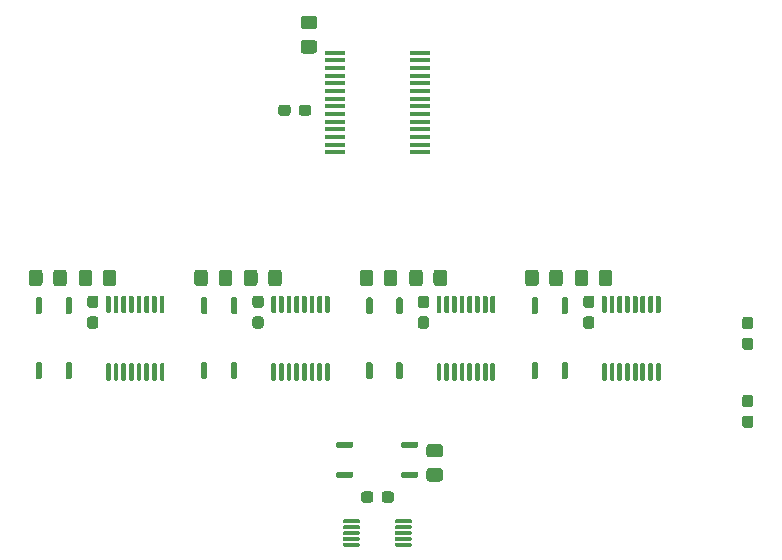
<source format=gbr>
%TF.GenerationSoftware,KiCad,Pcbnew,(5.1.10)-1*%
%TF.CreationDate,2021-07-04T19:20:50-04:00*%
%TF.ProjectId,SensorBoard,53656e73-6f72-4426-9f61-72642e6b6963,rev?*%
%TF.SameCoordinates,Original*%
%TF.FileFunction,Paste,Top*%
%TF.FilePolarity,Positive*%
%FSLAX46Y46*%
G04 Gerber Fmt 4.6, Leading zero omitted, Abs format (unit mm)*
G04 Created by KiCad (PCBNEW (5.1.10)-1) date 2021-07-04 19:20:50*
%MOMM*%
%LPD*%
G01*
G04 APERTURE LIST*
%ADD10R,1.750000X0.450000*%
G04 APERTURE END LIST*
%TO.C,C8*%
G36*
G01*
X126137500Y-87450000D02*
X125662500Y-87450000D01*
G75*
G02*
X125425000Y-87212500I0J237500D01*
G01*
X125425000Y-86637500D01*
G75*
G02*
X125662500Y-86400000I237500J0D01*
G01*
X126137500Y-86400000D01*
G75*
G02*
X126375000Y-86637500I0J-237500D01*
G01*
X126375000Y-87212500D01*
G75*
G02*
X126137500Y-87450000I-237500J0D01*
G01*
G37*
G36*
G01*
X126137500Y-89200000D02*
X125662500Y-89200000D01*
G75*
G02*
X125425000Y-88962500I0J237500D01*
G01*
X125425000Y-88387500D01*
G75*
G02*
X125662500Y-88150000I237500J0D01*
G01*
X126137500Y-88150000D01*
G75*
G02*
X126375000Y-88387500I0J-237500D01*
G01*
X126375000Y-88962500D01*
G75*
G02*
X126137500Y-89200000I-237500J0D01*
G01*
G37*
%TD*%
%TO.C,C7*%
G36*
G01*
X154137500Y-87450000D02*
X153662500Y-87450000D01*
G75*
G02*
X153425000Y-87212500I0J237500D01*
G01*
X153425000Y-86637500D01*
G75*
G02*
X153662500Y-86400000I237500J0D01*
G01*
X154137500Y-86400000D01*
G75*
G02*
X154375000Y-86637500I0J-237500D01*
G01*
X154375000Y-87212500D01*
G75*
G02*
X154137500Y-87450000I-237500J0D01*
G01*
G37*
G36*
G01*
X154137500Y-89200000D02*
X153662500Y-89200000D01*
G75*
G02*
X153425000Y-88962500I0J237500D01*
G01*
X153425000Y-88387500D01*
G75*
G02*
X153662500Y-88150000I237500J0D01*
G01*
X154137500Y-88150000D01*
G75*
G02*
X154375000Y-88387500I0J-237500D01*
G01*
X154375000Y-88962500D01*
G75*
G02*
X154137500Y-89200000I-237500J0D01*
G01*
G37*
%TD*%
%TO.C,C6*%
G36*
G01*
X143350000Y-70937500D02*
X143350000Y-70462500D01*
G75*
G02*
X143587500Y-70225000I237500J0D01*
G01*
X144162500Y-70225000D01*
G75*
G02*
X144400000Y-70462500I0J-237500D01*
G01*
X144400000Y-70937500D01*
G75*
G02*
X144162500Y-71175000I-237500J0D01*
G01*
X143587500Y-71175000D01*
G75*
G02*
X143350000Y-70937500I0J237500D01*
G01*
G37*
G36*
G01*
X141600000Y-70937500D02*
X141600000Y-70462500D01*
G75*
G02*
X141837500Y-70225000I237500J0D01*
G01*
X142412500Y-70225000D01*
G75*
G02*
X142650000Y-70462500I0J-237500D01*
G01*
X142650000Y-70937500D01*
G75*
G02*
X142412500Y-71175000I-237500J0D01*
G01*
X141837500Y-71175000D01*
G75*
G02*
X141600000Y-70937500I0J237500D01*
G01*
G37*
%TD*%
%TO.C,C5*%
G36*
G01*
X149650000Y-103212500D02*
X149650000Y-103687500D01*
G75*
G02*
X149412500Y-103925000I-237500J0D01*
G01*
X148837500Y-103925000D01*
G75*
G02*
X148600000Y-103687500I0J237500D01*
G01*
X148600000Y-103212500D01*
G75*
G02*
X148837500Y-102975000I237500J0D01*
G01*
X149412500Y-102975000D01*
G75*
G02*
X149650000Y-103212500I0J-237500D01*
G01*
G37*
G36*
G01*
X151400000Y-103212500D02*
X151400000Y-103687500D01*
G75*
G02*
X151162500Y-103925000I-237500J0D01*
G01*
X150587500Y-103925000D01*
G75*
G02*
X150350000Y-103687500I0J237500D01*
G01*
X150350000Y-103212500D01*
G75*
G02*
X150587500Y-102975000I237500J0D01*
G01*
X151162500Y-102975000D01*
G75*
G02*
X151400000Y-103212500I0J-237500D01*
G01*
G37*
%TD*%
%TO.C,C4*%
G36*
G01*
X168137500Y-89200000D02*
X167662500Y-89200000D01*
G75*
G02*
X167425000Y-88962500I0J237500D01*
G01*
X167425000Y-88387500D01*
G75*
G02*
X167662500Y-88150000I237500J0D01*
G01*
X168137500Y-88150000D01*
G75*
G02*
X168375000Y-88387500I0J-237500D01*
G01*
X168375000Y-88962500D01*
G75*
G02*
X168137500Y-89200000I-237500J0D01*
G01*
G37*
G36*
G01*
X168137500Y-87450000D02*
X167662500Y-87450000D01*
G75*
G02*
X167425000Y-87212500I0J237500D01*
G01*
X167425000Y-86637500D01*
G75*
G02*
X167662500Y-86400000I237500J0D01*
G01*
X168137500Y-86400000D01*
G75*
G02*
X168375000Y-86637500I0J-237500D01*
G01*
X168375000Y-87212500D01*
G75*
G02*
X168137500Y-87450000I-237500J0D01*
G01*
G37*
%TD*%
%TO.C,C3*%
G36*
G01*
X140137500Y-87450000D02*
X139662500Y-87450000D01*
G75*
G02*
X139425000Y-87212500I0J237500D01*
G01*
X139425000Y-86637500D01*
G75*
G02*
X139662500Y-86400000I237500J0D01*
G01*
X140137500Y-86400000D01*
G75*
G02*
X140375000Y-86637500I0J-237500D01*
G01*
X140375000Y-87212500D01*
G75*
G02*
X140137500Y-87450000I-237500J0D01*
G01*
G37*
G36*
G01*
X140137500Y-89200000D02*
X139662500Y-89200000D01*
G75*
G02*
X139425000Y-88962500I0J237500D01*
G01*
X139425000Y-88387500D01*
G75*
G02*
X139662500Y-88150000I237500J0D01*
G01*
X140137500Y-88150000D01*
G75*
G02*
X140375000Y-88387500I0J-237500D01*
G01*
X140375000Y-88962500D01*
G75*
G02*
X140137500Y-89200000I-237500J0D01*
G01*
G37*
%TD*%
%TO.C,U6*%
G36*
G01*
X131675000Y-92125000D02*
X131875000Y-92125000D01*
G75*
G02*
X131975000Y-92225000I0J-100000D01*
G01*
X131975000Y-93500000D01*
G75*
G02*
X131875000Y-93600000I-100000J0D01*
G01*
X131675000Y-93600000D01*
G75*
G02*
X131575000Y-93500000I0J100000D01*
G01*
X131575000Y-92225000D01*
G75*
G02*
X131675000Y-92125000I100000J0D01*
G01*
G37*
G36*
G01*
X131025000Y-92125000D02*
X131225000Y-92125000D01*
G75*
G02*
X131325000Y-92225000I0J-100000D01*
G01*
X131325000Y-93500000D01*
G75*
G02*
X131225000Y-93600000I-100000J0D01*
G01*
X131025000Y-93600000D01*
G75*
G02*
X130925000Y-93500000I0J100000D01*
G01*
X130925000Y-92225000D01*
G75*
G02*
X131025000Y-92125000I100000J0D01*
G01*
G37*
G36*
G01*
X130375000Y-92125000D02*
X130575000Y-92125000D01*
G75*
G02*
X130675000Y-92225000I0J-100000D01*
G01*
X130675000Y-93500000D01*
G75*
G02*
X130575000Y-93600000I-100000J0D01*
G01*
X130375000Y-93600000D01*
G75*
G02*
X130275000Y-93500000I0J100000D01*
G01*
X130275000Y-92225000D01*
G75*
G02*
X130375000Y-92125000I100000J0D01*
G01*
G37*
G36*
G01*
X129725000Y-92125000D02*
X129925000Y-92125000D01*
G75*
G02*
X130025000Y-92225000I0J-100000D01*
G01*
X130025000Y-93500000D01*
G75*
G02*
X129925000Y-93600000I-100000J0D01*
G01*
X129725000Y-93600000D01*
G75*
G02*
X129625000Y-93500000I0J100000D01*
G01*
X129625000Y-92225000D01*
G75*
G02*
X129725000Y-92125000I100000J0D01*
G01*
G37*
G36*
G01*
X129075000Y-92125000D02*
X129275000Y-92125000D01*
G75*
G02*
X129375000Y-92225000I0J-100000D01*
G01*
X129375000Y-93500000D01*
G75*
G02*
X129275000Y-93600000I-100000J0D01*
G01*
X129075000Y-93600000D01*
G75*
G02*
X128975000Y-93500000I0J100000D01*
G01*
X128975000Y-92225000D01*
G75*
G02*
X129075000Y-92125000I100000J0D01*
G01*
G37*
G36*
G01*
X128425000Y-92125000D02*
X128625000Y-92125000D01*
G75*
G02*
X128725000Y-92225000I0J-100000D01*
G01*
X128725000Y-93500000D01*
G75*
G02*
X128625000Y-93600000I-100000J0D01*
G01*
X128425000Y-93600000D01*
G75*
G02*
X128325000Y-93500000I0J100000D01*
G01*
X128325000Y-92225000D01*
G75*
G02*
X128425000Y-92125000I100000J0D01*
G01*
G37*
G36*
G01*
X127775000Y-92125000D02*
X127975000Y-92125000D01*
G75*
G02*
X128075000Y-92225000I0J-100000D01*
G01*
X128075000Y-93500000D01*
G75*
G02*
X127975000Y-93600000I-100000J0D01*
G01*
X127775000Y-93600000D01*
G75*
G02*
X127675000Y-93500000I0J100000D01*
G01*
X127675000Y-92225000D01*
G75*
G02*
X127775000Y-92125000I100000J0D01*
G01*
G37*
G36*
G01*
X127125000Y-92125000D02*
X127325000Y-92125000D01*
G75*
G02*
X127425000Y-92225000I0J-100000D01*
G01*
X127425000Y-93500000D01*
G75*
G02*
X127325000Y-93600000I-100000J0D01*
G01*
X127125000Y-93600000D01*
G75*
G02*
X127025000Y-93500000I0J100000D01*
G01*
X127025000Y-92225000D01*
G75*
G02*
X127125000Y-92125000I100000J0D01*
G01*
G37*
G36*
G01*
X127125000Y-86400000D02*
X127325000Y-86400000D01*
G75*
G02*
X127425000Y-86500000I0J-100000D01*
G01*
X127425000Y-87775000D01*
G75*
G02*
X127325000Y-87875000I-100000J0D01*
G01*
X127125000Y-87875000D01*
G75*
G02*
X127025000Y-87775000I0J100000D01*
G01*
X127025000Y-86500000D01*
G75*
G02*
X127125000Y-86400000I100000J0D01*
G01*
G37*
G36*
G01*
X127775000Y-86400000D02*
X127975000Y-86400000D01*
G75*
G02*
X128075000Y-86500000I0J-100000D01*
G01*
X128075000Y-87775000D01*
G75*
G02*
X127975000Y-87875000I-100000J0D01*
G01*
X127775000Y-87875000D01*
G75*
G02*
X127675000Y-87775000I0J100000D01*
G01*
X127675000Y-86500000D01*
G75*
G02*
X127775000Y-86400000I100000J0D01*
G01*
G37*
G36*
G01*
X128425000Y-86400000D02*
X128625000Y-86400000D01*
G75*
G02*
X128725000Y-86500000I0J-100000D01*
G01*
X128725000Y-87775000D01*
G75*
G02*
X128625000Y-87875000I-100000J0D01*
G01*
X128425000Y-87875000D01*
G75*
G02*
X128325000Y-87775000I0J100000D01*
G01*
X128325000Y-86500000D01*
G75*
G02*
X128425000Y-86400000I100000J0D01*
G01*
G37*
G36*
G01*
X129075000Y-86400000D02*
X129275000Y-86400000D01*
G75*
G02*
X129375000Y-86500000I0J-100000D01*
G01*
X129375000Y-87775000D01*
G75*
G02*
X129275000Y-87875000I-100000J0D01*
G01*
X129075000Y-87875000D01*
G75*
G02*
X128975000Y-87775000I0J100000D01*
G01*
X128975000Y-86500000D01*
G75*
G02*
X129075000Y-86400000I100000J0D01*
G01*
G37*
G36*
G01*
X129725000Y-86400000D02*
X129925000Y-86400000D01*
G75*
G02*
X130025000Y-86500000I0J-100000D01*
G01*
X130025000Y-87775000D01*
G75*
G02*
X129925000Y-87875000I-100000J0D01*
G01*
X129725000Y-87875000D01*
G75*
G02*
X129625000Y-87775000I0J100000D01*
G01*
X129625000Y-86500000D01*
G75*
G02*
X129725000Y-86400000I100000J0D01*
G01*
G37*
G36*
G01*
X130375000Y-86400000D02*
X130575000Y-86400000D01*
G75*
G02*
X130675000Y-86500000I0J-100000D01*
G01*
X130675000Y-87775000D01*
G75*
G02*
X130575000Y-87875000I-100000J0D01*
G01*
X130375000Y-87875000D01*
G75*
G02*
X130275000Y-87775000I0J100000D01*
G01*
X130275000Y-86500000D01*
G75*
G02*
X130375000Y-86400000I100000J0D01*
G01*
G37*
G36*
G01*
X131025000Y-86400000D02*
X131225000Y-86400000D01*
G75*
G02*
X131325000Y-86500000I0J-100000D01*
G01*
X131325000Y-87775000D01*
G75*
G02*
X131225000Y-87875000I-100000J0D01*
G01*
X131025000Y-87875000D01*
G75*
G02*
X130925000Y-87775000I0J100000D01*
G01*
X130925000Y-86500000D01*
G75*
G02*
X131025000Y-86400000I100000J0D01*
G01*
G37*
G36*
G01*
X131675000Y-86400000D02*
X131875000Y-86400000D01*
G75*
G02*
X131975000Y-86500000I0J-100000D01*
G01*
X131975000Y-87775000D01*
G75*
G02*
X131875000Y-87875000I-100000J0D01*
G01*
X131675000Y-87875000D01*
G75*
G02*
X131575000Y-87775000I0J100000D01*
G01*
X131575000Y-86500000D01*
G75*
G02*
X131675000Y-86400000I100000J0D01*
G01*
G37*
%TD*%
%TO.C,U5*%
G36*
G01*
X145675000Y-92125000D02*
X145875000Y-92125000D01*
G75*
G02*
X145975000Y-92225000I0J-100000D01*
G01*
X145975000Y-93500000D01*
G75*
G02*
X145875000Y-93600000I-100000J0D01*
G01*
X145675000Y-93600000D01*
G75*
G02*
X145575000Y-93500000I0J100000D01*
G01*
X145575000Y-92225000D01*
G75*
G02*
X145675000Y-92125000I100000J0D01*
G01*
G37*
G36*
G01*
X145025000Y-92125000D02*
X145225000Y-92125000D01*
G75*
G02*
X145325000Y-92225000I0J-100000D01*
G01*
X145325000Y-93500000D01*
G75*
G02*
X145225000Y-93600000I-100000J0D01*
G01*
X145025000Y-93600000D01*
G75*
G02*
X144925000Y-93500000I0J100000D01*
G01*
X144925000Y-92225000D01*
G75*
G02*
X145025000Y-92125000I100000J0D01*
G01*
G37*
G36*
G01*
X144375000Y-92125000D02*
X144575000Y-92125000D01*
G75*
G02*
X144675000Y-92225000I0J-100000D01*
G01*
X144675000Y-93500000D01*
G75*
G02*
X144575000Y-93600000I-100000J0D01*
G01*
X144375000Y-93600000D01*
G75*
G02*
X144275000Y-93500000I0J100000D01*
G01*
X144275000Y-92225000D01*
G75*
G02*
X144375000Y-92125000I100000J0D01*
G01*
G37*
G36*
G01*
X143725000Y-92125000D02*
X143925000Y-92125000D01*
G75*
G02*
X144025000Y-92225000I0J-100000D01*
G01*
X144025000Y-93500000D01*
G75*
G02*
X143925000Y-93600000I-100000J0D01*
G01*
X143725000Y-93600000D01*
G75*
G02*
X143625000Y-93500000I0J100000D01*
G01*
X143625000Y-92225000D01*
G75*
G02*
X143725000Y-92125000I100000J0D01*
G01*
G37*
G36*
G01*
X143075000Y-92125000D02*
X143275000Y-92125000D01*
G75*
G02*
X143375000Y-92225000I0J-100000D01*
G01*
X143375000Y-93500000D01*
G75*
G02*
X143275000Y-93600000I-100000J0D01*
G01*
X143075000Y-93600000D01*
G75*
G02*
X142975000Y-93500000I0J100000D01*
G01*
X142975000Y-92225000D01*
G75*
G02*
X143075000Y-92125000I100000J0D01*
G01*
G37*
G36*
G01*
X142425000Y-92125000D02*
X142625000Y-92125000D01*
G75*
G02*
X142725000Y-92225000I0J-100000D01*
G01*
X142725000Y-93500000D01*
G75*
G02*
X142625000Y-93600000I-100000J0D01*
G01*
X142425000Y-93600000D01*
G75*
G02*
X142325000Y-93500000I0J100000D01*
G01*
X142325000Y-92225000D01*
G75*
G02*
X142425000Y-92125000I100000J0D01*
G01*
G37*
G36*
G01*
X141775000Y-92125000D02*
X141975000Y-92125000D01*
G75*
G02*
X142075000Y-92225000I0J-100000D01*
G01*
X142075000Y-93500000D01*
G75*
G02*
X141975000Y-93600000I-100000J0D01*
G01*
X141775000Y-93600000D01*
G75*
G02*
X141675000Y-93500000I0J100000D01*
G01*
X141675000Y-92225000D01*
G75*
G02*
X141775000Y-92125000I100000J0D01*
G01*
G37*
G36*
G01*
X141125000Y-92125000D02*
X141325000Y-92125000D01*
G75*
G02*
X141425000Y-92225000I0J-100000D01*
G01*
X141425000Y-93500000D01*
G75*
G02*
X141325000Y-93600000I-100000J0D01*
G01*
X141125000Y-93600000D01*
G75*
G02*
X141025000Y-93500000I0J100000D01*
G01*
X141025000Y-92225000D01*
G75*
G02*
X141125000Y-92125000I100000J0D01*
G01*
G37*
G36*
G01*
X141125000Y-86400000D02*
X141325000Y-86400000D01*
G75*
G02*
X141425000Y-86500000I0J-100000D01*
G01*
X141425000Y-87775000D01*
G75*
G02*
X141325000Y-87875000I-100000J0D01*
G01*
X141125000Y-87875000D01*
G75*
G02*
X141025000Y-87775000I0J100000D01*
G01*
X141025000Y-86500000D01*
G75*
G02*
X141125000Y-86400000I100000J0D01*
G01*
G37*
G36*
G01*
X141775000Y-86400000D02*
X141975000Y-86400000D01*
G75*
G02*
X142075000Y-86500000I0J-100000D01*
G01*
X142075000Y-87775000D01*
G75*
G02*
X141975000Y-87875000I-100000J0D01*
G01*
X141775000Y-87875000D01*
G75*
G02*
X141675000Y-87775000I0J100000D01*
G01*
X141675000Y-86500000D01*
G75*
G02*
X141775000Y-86400000I100000J0D01*
G01*
G37*
G36*
G01*
X142425000Y-86400000D02*
X142625000Y-86400000D01*
G75*
G02*
X142725000Y-86500000I0J-100000D01*
G01*
X142725000Y-87775000D01*
G75*
G02*
X142625000Y-87875000I-100000J0D01*
G01*
X142425000Y-87875000D01*
G75*
G02*
X142325000Y-87775000I0J100000D01*
G01*
X142325000Y-86500000D01*
G75*
G02*
X142425000Y-86400000I100000J0D01*
G01*
G37*
G36*
G01*
X143075000Y-86400000D02*
X143275000Y-86400000D01*
G75*
G02*
X143375000Y-86500000I0J-100000D01*
G01*
X143375000Y-87775000D01*
G75*
G02*
X143275000Y-87875000I-100000J0D01*
G01*
X143075000Y-87875000D01*
G75*
G02*
X142975000Y-87775000I0J100000D01*
G01*
X142975000Y-86500000D01*
G75*
G02*
X143075000Y-86400000I100000J0D01*
G01*
G37*
G36*
G01*
X143725000Y-86400000D02*
X143925000Y-86400000D01*
G75*
G02*
X144025000Y-86500000I0J-100000D01*
G01*
X144025000Y-87775000D01*
G75*
G02*
X143925000Y-87875000I-100000J0D01*
G01*
X143725000Y-87875000D01*
G75*
G02*
X143625000Y-87775000I0J100000D01*
G01*
X143625000Y-86500000D01*
G75*
G02*
X143725000Y-86400000I100000J0D01*
G01*
G37*
G36*
G01*
X144375000Y-86400000D02*
X144575000Y-86400000D01*
G75*
G02*
X144675000Y-86500000I0J-100000D01*
G01*
X144675000Y-87775000D01*
G75*
G02*
X144575000Y-87875000I-100000J0D01*
G01*
X144375000Y-87875000D01*
G75*
G02*
X144275000Y-87775000I0J100000D01*
G01*
X144275000Y-86500000D01*
G75*
G02*
X144375000Y-86400000I100000J0D01*
G01*
G37*
G36*
G01*
X145025000Y-86400000D02*
X145225000Y-86400000D01*
G75*
G02*
X145325000Y-86500000I0J-100000D01*
G01*
X145325000Y-87775000D01*
G75*
G02*
X145225000Y-87875000I-100000J0D01*
G01*
X145025000Y-87875000D01*
G75*
G02*
X144925000Y-87775000I0J100000D01*
G01*
X144925000Y-86500000D01*
G75*
G02*
X145025000Y-86400000I100000J0D01*
G01*
G37*
G36*
G01*
X145675000Y-86400000D02*
X145875000Y-86400000D01*
G75*
G02*
X145975000Y-86500000I0J-100000D01*
G01*
X145975000Y-87775000D01*
G75*
G02*
X145875000Y-87875000I-100000J0D01*
G01*
X145675000Y-87875000D01*
G75*
G02*
X145575000Y-87775000I0J100000D01*
G01*
X145575000Y-86500000D01*
G75*
G02*
X145675000Y-86400000I100000J0D01*
G01*
G37*
%TD*%
%TO.C,U4*%
G36*
G01*
X159675000Y-92125000D02*
X159875000Y-92125000D01*
G75*
G02*
X159975000Y-92225000I0J-100000D01*
G01*
X159975000Y-93500000D01*
G75*
G02*
X159875000Y-93600000I-100000J0D01*
G01*
X159675000Y-93600000D01*
G75*
G02*
X159575000Y-93500000I0J100000D01*
G01*
X159575000Y-92225000D01*
G75*
G02*
X159675000Y-92125000I100000J0D01*
G01*
G37*
G36*
G01*
X159025000Y-92125000D02*
X159225000Y-92125000D01*
G75*
G02*
X159325000Y-92225000I0J-100000D01*
G01*
X159325000Y-93500000D01*
G75*
G02*
X159225000Y-93600000I-100000J0D01*
G01*
X159025000Y-93600000D01*
G75*
G02*
X158925000Y-93500000I0J100000D01*
G01*
X158925000Y-92225000D01*
G75*
G02*
X159025000Y-92125000I100000J0D01*
G01*
G37*
G36*
G01*
X158375000Y-92125000D02*
X158575000Y-92125000D01*
G75*
G02*
X158675000Y-92225000I0J-100000D01*
G01*
X158675000Y-93500000D01*
G75*
G02*
X158575000Y-93600000I-100000J0D01*
G01*
X158375000Y-93600000D01*
G75*
G02*
X158275000Y-93500000I0J100000D01*
G01*
X158275000Y-92225000D01*
G75*
G02*
X158375000Y-92125000I100000J0D01*
G01*
G37*
G36*
G01*
X157725000Y-92125000D02*
X157925000Y-92125000D01*
G75*
G02*
X158025000Y-92225000I0J-100000D01*
G01*
X158025000Y-93500000D01*
G75*
G02*
X157925000Y-93600000I-100000J0D01*
G01*
X157725000Y-93600000D01*
G75*
G02*
X157625000Y-93500000I0J100000D01*
G01*
X157625000Y-92225000D01*
G75*
G02*
X157725000Y-92125000I100000J0D01*
G01*
G37*
G36*
G01*
X157075000Y-92125000D02*
X157275000Y-92125000D01*
G75*
G02*
X157375000Y-92225000I0J-100000D01*
G01*
X157375000Y-93500000D01*
G75*
G02*
X157275000Y-93600000I-100000J0D01*
G01*
X157075000Y-93600000D01*
G75*
G02*
X156975000Y-93500000I0J100000D01*
G01*
X156975000Y-92225000D01*
G75*
G02*
X157075000Y-92125000I100000J0D01*
G01*
G37*
G36*
G01*
X156425000Y-92125000D02*
X156625000Y-92125000D01*
G75*
G02*
X156725000Y-92225000I0J-100000D01*
G01*
X156725000Y-93500000D01*
G75*
G02*
X156625000Y-93600000I-100000J0D01*
G01*
X156425000Y-93600000D01*
G75*
G02*
X156325000Y-93500000I0J100000D01*
G01*
X156325000Y-92225000D01*
G75*
G02*
X156425000Y-92125000I100000J0D01*
G01*
G37*
G36*
G01*
X155775000Y-92125000D02*
X155975000Y-92125000D01*
G75*
G02*
X156075000Y-92225000I0J-100000D01*
G01*
X156075000Y-93500000D01*
G75*
G02*
X155975000Y-93600000I-100000J0D01*
G01*
X155775000Y-93600000D01*
G75*
G02*
X155675000Y-93500000I0J100000D01*
G01*
X155675000Y-92225000D01*
G75*
G02*
X155775000Y-92125000I100000J0D01*
G01*
G37*
G36*
G01*
X155125000Y-92125000D02*
X155325000Y-92125000D01*
G75*
G02*
X155425000Y-92225000I0J-100000D01*
G01*
X155425000Y-93500000D01*
G75*
G02*
X155325000Y-93600000I-100000J0D01*
G01*
X155125000Y-93600000D01*
G75*
G02*
X155025000Y-93500000I0J100000D01*
G01*
X155025000Y-92225000D01*
G75*
G02*
X155125000Y-92125000I100000J0D01*
G01*
G37*
G36*
G01*
X155125000Y-86400000D02*
X155325000Y-86400000D01*
G75*
G02*
X155425000Y-86500000I0J-100000D01*
G01*
X155425000Y-87775000D01*
G75*
G02*
X155325000Y-87875000I-100000J0D01*
G01*
X155125000Y-87875000D01*
G75*
G02*
X155025000Y-87775000I0J100000D01*
G01*
X155025000Y-86500000D01*
G75*
G02*
X155125000Y-86400000I100000J0D01*
G01*
G37*
G36*
G01*
X155775000Y-86400000D02*
X155975000Y-86400000D01*
G75*
G02*
X156075000Y-86500000I0J-100000D01*
G01*
X156075000Y-87775000D01*
G75*
G02*
X155975000Y-87875000I-100000J0D01*
G01*
X155775000Y-87875000D01*
G75*
G02*
X155675000Y-87775000I0J100000D01*
G01*
X155675000Y-86500000D01*
G75*
G02*
X155775000Y-86400000I100000J0D01*
G01*
G37*
G36*
G01*
X156425000Y-86400000D02*
X156625000Y-86400000D01*
G75*
G02*
X156725000Y-86500000I0J-100000D01*
G01*
X156725000Y-87775000D01*
G75*
G02*
X156625000Y-87875000I-100000J0D01*
G01*
X156425000Y-87875000D01*
G75*
G02*
X156325000Y-87775000I0J100000D01*
G01*
X156325000Y-86500000D01*
G75*
G02*
X156425000Y-86400000I100000J0D01*
G01*
G37*
G36*
G01*
X157075000Y-86400000D02*
X157275000Y-86400000D01*
G75*
G02*
X157375000Y-86500000I0J-100000D01*
G01*
X157375000Y-87775000D01*
G75*
G02*
X157275000Y-87875000I-100000J0D01*
G01*
X157075000Y-87875000D01*
G75*
G02*
X156975000Y-87775000I0J100000D01*
G01*
X156975000Y-86500000D01*
G75*
G02*
X157075000Y-86400000I100000J0D01*
G01*
G37*
G36*
G01*
X157725000Y-86400000D02*
X157925000Y-86400000D01*
G75*
G02*
X158025000Y-86500000I0J-100000D01*
G01*
X158025000Y-87775000D01*
G75*
G02*
X157925000Y-87875000I-100000J0D01*
G01*
X157725000Y-87875000D01*
G75*
G02*
X157625000Y-87775000I0J100000D01*
G01*
X157625000Y-86500000D01*
G75*
G02*
X157725000Y-86400000I100000J0D01*
G01*
G37*
G36*
G01*
X158375000Y-86400000D02*
X158575000Y-86400000D01*
G75*
G02*
X158675000Y-86500000I0J-100000D01*
G01*
X158675000Y-87775000D01*
G75*
G02*
X158575000Y-87875000I-100000J0D01*
G01*
X158375000Y-87875000D01*
G75*
G02*
X158275000Y-87775000I0J100000D01*
G01*
X158275000Y-86500000D01*
G75*
G02*
X158375000Y-86400000I100000J0D01*
G01*
G37*
G36*
G01*
X159025000Y-86400000D02*
X159225000Y-86400000D01*
G75*
G02*
X159325000Y-86500000I0J-100000D01*
G01*
X159325000Y-87775000D01*
G75*
G02*
X159225000Y-87875000I-100000J0D01*
G01*
X159025000Y-87875000D01*
G75*
G02*
X158925000Y-87775000I0J100000D01*
G01*
X158925000Y-86500000D01*
G75*
G02*
X159025000Y-86400000I100000J0D01*
G01*
G37*
G36*
G01*
X159675000Y-86400000D02*
X159875000Y-86400000D01*
G75*
G02*
X159975000Y-86500000I0J-100000D01*
G01*
X159975000Y-87775000D01*
G75*
G02*
X159875000Y-87875000I-100000J0D01*
G01*
X159675000Y-87875000D01*
G75*
G02*
X159575000Y-87775000I0J100000D01*
G01*
X159575000Y-86500000D01*
G75*
G02*
X159675000Y-86400000I100000J0D01*
G01*
G37*
%TD*%
%TO.C,U3*%
G36*
G01*
X173675000Y-92125000D02*
X173875000Y-92125000D01*
G75*
G02*
X173975000Y-92225000I0J-100000D01*
G01*
X173975000Y-93500000D01*
G75*
G02*
X173875000Y-93600000I-100000J0D01*
G01*
X173675000Y-93600000D01*
G75*
G02*
X173575000Y-93500000I0J100000D01*
G01*
X173575000Y-92225000D01*
G75*
G02*
X173675000Y-92125000I100000J0D01*
G01*
G37*
G36*
G01*
X173025000Y-92125000D02*
X173225000Y-92125000D01*
G75*
G02*
X173325000Y-92225000I0J-100000D01*
G01*
X173325000Y-93500000D01*
G75*
G02*
X173225000Y-93600000I-100000J0D01*
G01*
X173025000Y-93600000D01*
G75*
G02*
X172925000Y-93500000I0J100000D01*
G01*
X172925000Y-92225000D01*
G75*
G02*
X173025000Y-92125000I100000J0D01*
G01*
G37*
G36*
G01*
X172375000Y-92125000D02*
X172575000Y-92125000D01*
G75*
G02*
X172675000Y-92225000I0J-100000D01*
G01*
X172675000Y-93500000D01*
G75*
G02*
X172575000Y-93600000I-100000J0D01*
G01*
X172375000Y-93600000D01*
G75*
G02*
X172275000Y-93500000I0J100000D01*
G01*
X172275000Y-92225000D01*
G75*
G02*
X172375000Y-92125000I100000J0D01*
G01*
G37*
G36*
G01*
X171725000Y-92125000D02*
X171925000Y-92125000D01*
G75*
G02*
X172025000Y-92225000I0J-100000D01*
G01*
X172025000Y-93500000D01*
G75*
G02*
X171925000Y-93600000I-100000J0D01*
G01*
X171725000Y-93600000D01*
G75*
G02*
X171625000Y-93500000I0J100000D01*
G01*
X171625000Y-92225000D01*
G75*
G02*
X171725000Y-92125000I100000J0D01*
G01*
G37*
G36*
G01*
X171075000Y-92125000D02*
X171275000Y-92125000D01*
G75*
G02*
X171375000Y-92225000I0J-100000D01*
G01*
X171375000Y-93500000D01*
G75*
G02*
X171275000Y-93600000I-100000J0D01*
G01*
X171075000Y-93600000D01*
G75*
G02*
X170975000Y-93500000I0J100000D01*
G01*
X170975000Y-92225000D01*
G75*
G02*
X171075000Y-92125000I100000J0D01*
G01*
G37*
G36*
G01*
X170425000Y-92125000D02*
X170625000Y-92125000D01*
G75*
G02*
X170725000Y-92225000I0J-100000D01*
G01*
X170725000Y-93500000D01*
G75*
G02*
X170625000Y-93600000I-100000J0D01*
G01*
X170425000Y-93600000D01*
G75*
G02*
X170325000Y-93500000I0J100000D01*
G01*
X170325000Y-92225000D01*
G75*
G02*
X170425000Y-92125000I100000J0D01*
G01*
G37*
G36*
G01*
X169775000Y-92125000D02*
X169975000Y-92125000D01*
G75*
G02*
X170075000Y-92225000I0J-100000D01*
G01*
X170075000Y-93500000D01*
G75*
G02*
X169975000Y-93600000I-100000J0D01*
G01*
X169775000Y-93600000D01*
G75*
G02*
X169675000Y-93500000I0J100000D01*
G01*
X169675000Y-92225000D01*
G75*
G02*
X169775000Y-92125000I100000J0D01*
G01*
G37*
G36*
G01*
X169125000Y-92125000D02*
X169325000Y-92125000D01*
G75*
G02*
X169425000Y-92225000I0J-100000D01*
G01*
X169425000Y-93500000D01*
G75*
G02*
X169325000Y-93600000I-100000J0D01*
G01*
X169125000Y-93600000D01*
G75*
G02*
X169025000Y-93500000I0J100000D01*
G01*
X169025000Y-92225000D01*
G75*
G02*
X169125000Y-92125000I100000J0D01*
G01*
G37*
G36*
G01*
X169125000Y-86400000D02*
X169325000Y-86400000D01*
G75*
G02*
X169425000Y-86500000I0J-100000D01*
G01*
X169425000Y-87775000D01*
G75*
G02*
X169325000Y-87875000I-100000J0D01*
G01*
X169125000Y-87875000D01*
G75*
G02*
X169025000Y-87775000I0J100000D01*
G01*
X169025000Y-86500000D01*
G75*
G02*
X169125000Y-86400000I100000J0D01*
G01*
G37*
G36*
G01*
X169775000Y-86400000D02*
X169975000Y-86400000D01*
G75*
G02*
X170075000Y-86500000I0J-100000D01*
G01*
X170075000Y-87775000D01*
G75*
G02*
X169975000Y-87875000I-100000J0D01*
G01*
X169775000Y-87875000D01*
G75*
G02*
X169675000Y-87775000I0J100000D01*
G01*
X169675000Y-86500000D01*
G75*
G02*
X169775000Y-86400000I100000J0D01*
G01*
G37*
G36*
G01*
X170425000Y-86400000D02*
X170625000Y-86400000D01*
G75*
G02*
X170725000Y-86500000I0J-100000D01*
G01*
X170725000Y-87775000D01*
G75*
G02*
X170625000Y-87875000I-100000J0D01*
G01*
X170425000Y-87875000D01*
G75*
G02*
X170325000Y-87775000I0J100000D01*
G01*
X170325000Y-86500000D01*
G75*
G02*
X170425000Y-86400000I100000J0D01*
G01*
G37*
G36*
G01*
X171075000Y-86400000D02*
X171275000Y-86400000D01*
G75*
G02*
X171375000Y-86500000I0J-100000D01*
G01*
X171375000Y-87775000D01*
G75*
G02*
X171275000Y-87875000I-100000J0D01*
G01*
X171075000Y-87875000D01*
G75*
G02*
X170975000Y-87775000I0J100000D01*
G01*
X170975000Y-86500000D01*
G75*
G02*
X171075000Y-86400000I100000J0D01*
G01*
G37*
G36*
G01*
X171725000Y-86400000D02*
X171925000Y-86400000D01*
G75*
G02*
X172025000Y-86500000I0J-100000D01*
G01*
X172025000Y-87775000D01*
G75*
G02*
X171925000Y-87875000I-100000J0D01*
G01*
X171725000Y-87875000D01*
G75*
G02*
X171625000Y-87775000I0J100000D01*
G01*
X171625000Y-86500000D01*
G75*
G02*
X171725000Y-86400000I100000J0D01*
G01*
G37*
G36*
G01*
X172375000Y-86400000D02*
X172575000Y-86400000D01*
G75*
G02*
X172675000Y-86500000I0J-100000D01*
G01*
X172675000Y-87775000D01*
G75*
G02*
X172575000Y-87875000I-100000J0D01*
G01*
X172375000Y-87875000D01*
G75*
G02*
X172275000Y-87775000I0J100000D01*
G01*
X172275000Y-86500000D01*
G75*
G02*
X172375000Y-86400000I100000J0D01*
G01*
G37*
G36*
G01*
X173025000Y-86400000D02*
X173225000Y-86400000D01*
G75*
G02*
X173325000Y-86500000I0J-100000D01*
G01*
X173325000Y-87775000D01*
G75*
G02*
X173225000Y-87875000I-100000J0D01*
G01*
X173025000Y-87875000D01*
G75*
G02*
X172925000Y-87775000I0J100000D01*
G01*
X172925000Y-86500000D01*
G75*
G02*
X173025000Y-86400000I100000J0D01*
G01*
G37*
G36*
G01*
X173675000Y-86400000D02*
X173875000Y-86400000D01*
G75*
G02*
X173975000Y-86500000I0J-100000D01*
G01*
X173975000Y-87775000D01*
G75*
G02*
X173875000Y-87875000I-100000J0D01*
G01*
X173675000Y-87875000D01*
G75*
G02*
X173575000Y-87775000I0J100000D01*
G01*
X173575000Y-86500000D01*
G75*
G02*
X173675000Y-86400000I100000J0D01*
G01*
G37*
%TD*%
%TO.C,U2*%
G36*
G01*
X148525000Y-107425000D02*
X148525000Y-107575000D01*
G75*
G02*
X148450000Y-107650000I-75000J0D01*
G01*
X147150000Y-107650000D01*
G75*
G02*
X147075000Y-107575000I0J75000D01*
G01*
X147075000Y-107425000D01*
G75*
G02*
X147150000Y-107350000I75000J0D01*
G01*
X148450000Y-107350000D01*
G75*
G02*
X148525000Y-107425000I0J-75000D01*
G01*
G37*
G36*
G01*
X148525000Y-106925000D02*
X148525000Y-107075000D01*
G75*
G02*
X148450000Y-107150000I-75000J0D01*
G01*
X147150000Y-107150000D01*
G75*
G02*
X147075000Y-107075000I0J75000D01*
G01*
X147075000Y-106925000D01*
G75*
G02*
X147150000Y-106850000I75000J0D01*
G01*
X148450000Y-106850000D01*
G75*
G02*
X148525000Y-106925000I0J-75000D01*
G01*
G37*
G36*
G01*
X148525000Y-106425000D02*
X148525000Y-106575000D01*
G75*
G02*
X148450000Y-106650000I-75000J0D01*
G01*
X147150000Y-106650000D01*
G75*
G02*
X147075000Y-106575000I0J75000D01*
G01*
X147075000Y-106425000D01*
G75*
G02*
X147150000Y-106350000I75000J0D01*
G01*
X148450000Y-106350000D01*
G75*
G02*
X148525000Y-106425000I0J-75000D01*
G01*
G37*
G36*
G01*
X148525000Y-105925000D02*
X148525000Y-106075000D01*
G75*
G02*
X148450000Y-106150000I-75000J0D01*
G01*
X147150000Y-106150000D01*
G75*
G02*
X147075000Y-106075000I0J75000D01*
G01*
X147075000Y-105925000D01*
G75*
G02*
X147150000Y-105850000I75000J0D01*
G01*
X148450000Y-105850000D01*
G75*
G02*
X148525000Y-105925000I0J-75000D01*
G01*
G37*
G36*
G01*
X148525000Y-105425000D02*
X148525000Y-105575000D01*
G75*
G02*
X148450000Y-105650000I-75000J0D01*
G01*
X147150000Y-105650000D01*
G75*
G02*
X147075000Y-105575000I0J75000D01*
G01*
X147075000Y-105425000D01*
G75*
G02*
X147150000Y-105350000I75000J0D01*
G01*
X148450000Y-105350000D01*
G75*
G02*
X148525000Y-105425000I0J-75000D01*
G01*
G37*
G36*
G01*
X152925000Y-105425000D02*
X152925000Y-105575000D01*
G75*
G02*
X152850000Y-105650000I-75000J0D01*
G01*
X151550000Y-105650000D01*
G75*
G02*
X151475000Y-105575000I0J75000D01*
G01*
X151475000Y-105425000D01*
G75*
G02*
X151550000Y-105350000I75000J0D01*
G01*
X152850000Y-105350000D01*
G75*
G02*
X152925000Y-105425000I0J-75000D01*
G01*
G37*
G36*
G01*
X152925000Y-105925000D02*
X152925000Y-106075000D01*
G75*
G02*
X152850000Y-106150000I-75000J0D01*
G01*
X151550000Y-106150000D01*
G75*
G02*
X151475000Y-106075000I0J75000D01*
G01*
X151475000Y-105925000D01*
G75*
G02*
X151550000Y-105850000I75000J0D01*
G01*
X152850000Y-105850000D01*
G75*
G02*
X152925000Y-105925000I0J-75000D01*
G01*
G37*
G36*
G01*
X152925000Y-106425000D02*
X152925000Y-106575000D01*
G75*
G02*
X152850000Y-106650000I-75000J0D01*
G01*
X151550000Y-106650000D01*
G75*
G02*
X151475000Y-106575000I0J75000D01*
G01*
X151475000Y-106425000D01*
G75*
G02*
X151550000Y-106350000I75000J0D01*
G01*
X152850000Y-106350000D01*
G75*
G02*
X152925000Y-106425000I0J-75000D01*
G01*
G37*
G36*
G01*
X152925000Y-106925000D02*
X152925000Y-107075000D01*
G75*
G02*
X152850000Y-107150000I-75000J0D01*
G01*
X151550000Y-107150000D01*
G75*
G02*
X151475000Y-107075000I0J75000D01*
G01*
X151475000Y-106925000D01*
G75*
G02*
X151550000Y-106850000I75000J0D01*
G01*
X152850000Y-106850000D01*
G75*
G02*
X152925000Y-106925000I0J-75000D01*
G01*
G37*
G36*
G01*
X152925000Y-107425000D02*
X152925000Y-107575000D01*
G75*
G02*
X152850000Y-107650000I-75000J0D01*
G01*
X151550000Y-107650000D01*
G75*
G02*
X151475000Y-107575000I0J75000D01*
G01*
X151475000Y-107425000D01*
G75*
G02*
X151550000Y-107350000I75000J0D01*
G01*
X152850000Y-107350000D01*
G75*
G02*
X152925000Y-107425000I0J-75000D01*
G01*
G37*
%TD*%
D10*
%TO.C,U1*%
X153600000Y-65825000D03*
X153600000Y-66475000D03*
X153600000Y-67125000D03*
X153600000Y-67775000D03*
X153600000Y-68425000D03*
X153600000Y-69075000D03*
X153600000Y-69725000D03*
X153600000Y-70375000D03*
X153600000Y-71025000D03*
X153600000Y-71675000D03*
X153600000Y-72325000D03*
X153600000Y-72975000D03*
X153600000Y-73625000D03*
X153600000Y-74275000D03*
X146400000Y-74275000D03*
X146400000Y-73625000D03*
X146400000Y-72975000D03*
X146400000Y-72325000D03*
X146400000Y-71675000D03*
X146400000Y-71025000D03*
X146400000Y-70375000D03*
X146400000Y-69725000D03*
X146400000Y-69075000D03*
X146400000Y-68425000D03*
X146400000Y-67775000D03*
X146400000Y-67125000D03*
X146400000Y-66475000D03*
X146400000Y-65825000D03*
%TD*%
%TO.C,RLY4*%
G36*
G01*
X147975000Y-101432500D02*
X147975000Y-101707500D01*
G75*
G02*
X147837500Y-101845000I-137500J0D01*
G01*
X146662500Y-101845000D01*
G75*
G02*
X146525000Y-101707500I0J137500D01*
G01*
X146525000Y-101432500D01*
G75*
G02*
X146662500Y-101295000I137500J0D01*
G01*
X147837500Y-101295000D01*
G75*
G02*
X147975000Y-101432500I0J-137500D01*
G01*
G37*
G36*
G01*
X147975000Y-98892500D02*
X147975000Y-99167500D01*
G75*
G02*
X147837500Y-99305000I-137500J0D01*
G01*
X146662500Y-99305000D01*
G75*
G02*
X146525000Y-99167500I0J137500D01*
G01*
X146525000Y-98892500D01*
G75*
G02*
X146662500Y-98755000I137500J0D01*
G01*
X147837500Y-98755000D01*
G75*
G02*
X147975000Y-98892500I0J-137500D01*
G01*
G37*
G36*
G01*
X153475000Y-98892500D02*
X153475000Y-99167500D01*
G75*
G02*
X153337500Y-99305000I-137500J0D01*
G01*
X152162500Y-99305000D01*
G75*
G02*
X152025000Y-99167500I0J137500D01*
G01*
X152025000Y-98892500D01*
G75*
G02*
X152162500Y-98755000I137500J0D01*
G01*
X153337500Y-98755000D01*
G75*
G02*
X153475000Y-98892500I0J-137500D01*
G01*
G37*
G36*
G01*
X153475000Y-101432500D02*
X153475000Y-101707500D01*
G75*
G02*
X153337500Y-101845000I-137500J0D01*
G01*
X152162500Y-101845000D01*
G75*
G02*
X152025000Y-101707500I0J137500D01*
G01*
X152025000Y-101432500D01*
G75*
G02*
X152162500Y-101295000I137500J0D01*
G01*
X153337500Y-101295000D01*
G75*
G02*
X153475000Y-101432500I0J-137500D01*
G01*
G37*
%TD*%
%TO.C,RLY3*%
G36*
G01*
X123732500Y-92025000D02*
X124007500Y-92025000D01*
G75*
G02*
X124145000Y-92162500I0J-137500D01*
G01*
X124145000Y-93337500D01*
G75*
G02*
X124007500Y-93475000I-137500J0D01*
G01*
X123732500Y-93475000D01*
G75*
G02*
X123595000Y-93337500I0J137500D01*
G01*
X123595000Y-92162500D01*
G75*
G02*
X123732500Y-92025000I137500J0D01*
G01*
G37*
G36*
G01*
X121192500Y-92025000D02*
X121467500Y-92025000D01*
G75*
G02*
X121605000Y-92162500I0J-137500D01*
G01*
X121605000Y-93337500D01*
G75*
G02*
X121467500Y-93475000I-137500J0D01*
G01*
X121192500Y-93475000D01*
G75*
G02*
X121055000Y-93337500I0J137500D01*
G01*
X121055000Y-92162500D01*
G75*
G02*
X121192500Y-92025000I137500J0D01*
G01*
G37*
G36*
G01*
X121192500Y-86525000D02*
X121467500Y-86525000D01*
G75*
G02*
X121605000Y-86662500I0J-137500D01*
G01*
X121605000Y-87837500D01*
G75*
G02*
X121467500Y-87975000I-137500J0D01*
G01*
X121192500Y-87975000D01*
G75*
G02*
X121055000Y-87837500I0J137500D01*
G01*
X121055000Y-86662500D01*
G75*
G02*
X121192500Y-86525000I137500J0D01*
G01*
G37*
G36*
G01*
X123732500Y-86525000D02*
X124007500Y-86525000D01*
G75*
G02*
X124145000Y-86662500I0J-137500D01*
G01*
X124145000Y-87837500D01*
G75*
G02*
X124007500Y-87975000I-137500J0D01*
G01*
X123732500Y-87975000D01*
G75*
G02*
X123595000Y-87837500I0J137500D01*
G01*
X123595000Y-86662500D01*
G75*
G02*
X123732500Y-86525000I137500J0D01*
G01*
G37*
%TD*%
%TO.C,RLY2*%
G36*
G01*
X137732500Y-92025000D02*
X138007500Y-92025000D01*
G75*
G02*
X138145000Y-92162500I0J-137500D01*
G01*
X138145000Y-93337500D01*
G75*
G02*
X138007500Y-93475000I-137500J0D01*
G01*
X137732500Y-93475000D01*
G75*
G02*
X137595000Y-93337500I0J137500D01*
G01*
X137595000Y-92162500D01*
G75*
G02*
X137732500Y-92025000I137500J0D01*
G01*
G37*
G36*
G01*
X135192500Y-92025000D02*
X135467500Y-92025000D01*
G75*
G02*
X135605000Y-92162500I0J-137500D01*
G01*
X135605000Y-93337500D01*
G75*
G02*
X135467500Y-93475000I-137500J0D01*
G01*
X135192500Y-93475000D01*
G75*
G02*
X135055000Y-93337500I0J137500D01*
G01*
X135055000Y-92162500D01*
G75*
G02*
X135192500Y-92025000I137500J0D01*
G01*
G37*
G36*
G01*
X135192500Y-86525000D02*
X135467500Y-86525000D01*
G75*
G02*
X135605000Y-86662500I0J-137500D01*
G01*
X135605000Y-87837500D01*
G75*
G02*
X135467500Y-87975000I-137500J0D01*
G01*
X135192500Y-87975000D01*
G75*
G02*
X135055000Y-87837500I0J137500D01*
G01*
X135055000Y-86662500D01*
G75*
G02*
X135192500Y-86525000I137500J0D01*
G01*
G37*
G36*
G01*
X137732500Y-86525000D02*
X138007500Y-86525000D01*
G75*
G02*
X138145000Y-86662500I0J-137500D01*
G01*
X138145000Y-87837500D01*
G75*
G02*
X138007500Y-87975000I-137500J0D01*
G01*
X137732500Y-87975000D01*
G75*
G02*
X137595000Y-87837500I0J137500D01*
G01*
X137595000Y-86662500D01*
G75*
G02*
X137732500Y-86525000I137500J0D01*
G01*
G37*
%TD*%
%TO.C,RLY1*%
G36*
G01*
X151732500Y-92025000D02*
X152007500Y-92025000D01*
G75*
G02*
X152145000Y-92162500I0J-137500D01*
G01*
X152145000Y-93337500D01*
G75*
G02*
X152007500Y-93475000I-137500J0D01*
G01*
X151732500Y-93475000D01*
G75*
G02*
X151595000Y-93337500I0J137500D01*
G01*
X151595000Y-92162500D01*
G75*
G02*
X151732500Y-92025000I137500J0D01*
G01*
G37*
G36*
G01*
X149192500Y-92025000D02*
X149467500Y-92025000D01*
G75*
G02*
X149605000Y-92162500I0J-137500D01*
G01*
X149605000Y-93337500D01*
G75*
G02*
X149467500Y-93475000I-137500J0D01*
G01*
X149192500Y-93475000D01*
G75*
G02*
X149055000Y-93337500I0J137500D01*
G01*
X149055000Y-92162500D01*
G75*
G02*
X149192500Y-92025000I137500J0D01*
G01*
G37*
G36*
G01*
X149192500Y-86525000D02*
X149467500Y-86525000D01*
G75*
G02*
X149605000Y-86662500I0J-137500D01*
G01*
X149605000Y-87837500D01*
G75*
G02*
X149467500Y-87975000I-137500J0D01*
G01*
X149192500Y-87975000D01*
G75*
G02*
X149055000Y-87837500I0J137500D01*
G01*
X149055000Y-86662500D01*
G75*
G02*
X149192500Y-86525000I137500J0D01*
G01*
G37*
G36*
G01*
X151732500Y-86525000D02*
X152007500Y-86525000D01*
G75*
G02*
X152145000Y-86662500I0J-137500D01*
G01*
X152145000Y-87837500D01*
G75*
G02*
X152007500Y-87975000I-137500J0D01*
G01*
X151732500Y-87975000D01*
G75*
G02*
X151595000Y-87837500I0J137500D01*
G01*
X151595000Y-86662500D01*
G75*
G02*
X151732500Y-86525000I137500J0D01*
G01*
G37*
%TD*%
%TO.C,RLY0*%
G36*
G01*
X165732500Y-92025000D02*
X166007500Y-92025000D01*
G75*
G02*
X166145000Y-92162500I0J-137500D01*
G01*
X166145000Y-93337500D01*
G75*
G02*
X166007500Y-93475000I-137500J0D01*
G01*
X165732500Y-93475000D01*
G75*
G02*
X165595000Y-93337500I0J137500D01*
G01*
X165595000Y-92162500D01*
G75*
G02*
X165732500Y-92025000I137500J0D01*
G01*
G37*
G36*
G01*
X163192500Y-92025000D02*
X163467500Y-92025000D01*
G75*
G02*
X163605000Y-92162500I0J-137500D01*
G01*
X163605000Y-93337500D01*
G75*
G02*
X163467500Y-93475000I-137500J0D01*
G01*
X163192500Y-93475000D01*
G75*
G02*
X163055000Y-93337500I0J137500D01*
G01*
X163055000Y-92162500D01*
G75*
G02*
X163192500Y-92025000I137500J0D01*
G01*
G37*
G36*
G01*
X163192500Y-86525000D02*
X163467500Y-86525000D01*
G75*
G02*
X163605000Y-86662500I0J-137500D01*
G01*
X163605000Y-87837500D01*
G75*
G02*
X163467500Y-87975000I-137500J0D01*
G01*
X163192500Y-87975000D01*
G75*
G02*
X163055000Y-87837500I0J137500D01*
G01*
X163055000Y-86662500D01*
G75*
G02*
X163192500Y-86525000I137500J0D01*
G01*
G37*
G36*
G01*
X165732500Y-86525000D02*
X166007500Y-86525000D01*
G75*
G02*
X166145000Y-86662500I0J-137500D01*
G01*
X166145000Y-87837500D01*
G75*
G02*
X166007500Y-87975000I-137500J0D01*
G01*
X165732500Y-87975000D01*
G75*
G02*
X165595000Y-87837500I0J137500D01*
G01*
X165595000Y-86662500D01*
G75*
G02*
X165732500Y-86525000I137500J0D01*
G01*
G37*
%TD*%
%TO.C,R12*%
G36*
G01*
X155300001Y-100100000D02*
X154399999Y-100100000D01*
G75*
G02*
X154150000Y-99850001I0J249999D01*
G01*
X154150000Y-99199999D01*
G75*
G02*
X154399999Y-98950000I249999J0D01*
G01*
X155300001Y-98950000D01*
G75*
G02*
X155550000Y-99199999I0J-249999D01*
G01*
X155550000Y-99850001D01*
G75*
G02*
X155300001Y-100100000I-249999J0D01*
G01*
G37*
G36*
G01*
X155300001Y-102150000D02*
X154399999Y-102150000D01*
G75*
G02*
X154150000Y-101900001I0J249999D01*
G01*
X154150000Y-101249999D01*
G75*
G02*
X154399999Y-101000000I249999J0D01*
G01*
X155300001Y-101000000D01*
G75*
G02*
X155550000Y-101249999I0J-249999D01*
G01*
X155550000Y-101900001D01*
G75*
G02*
X155300001Y-102150000I-249999J0D01*
G01*
G37*
%TD*%
%TO.C,R11*%
G36*
G01*
X125850000Y-84449999D02*
X125850000Y-85350001D01*
G75*
G02*
X125600001Y-85600000I-249999J0D01*
G01*
X124949999Y-85600000D01*
G75*
G02*
X124700000Y-85350001I0J249999D01*
G01*
X124700000Y-84449999D01*
G75*
G02*
X124949999Y-84200000I249999J0D01*
G01*
X125600001Y-84200000D01*
G75*
G02*
X125850000Y-84449999I0J-249999D01*
G01*
G37*
G36*
G01*
X127900000Y-84449999D02*
X127900000Y-85350001D01*
G75*
G02*
X127650001Y-85600000I-249999J0D01*
G01*
X126999999Y-85600000D01*
G75*
G02*
X126750000Y-85350001I0J249999D01*
G01*
X126750000Y-84449999D01*
G75*
G02*
X126999999Y-84200000I249999J0D01*
G01*
X127650001Y-84200000D01*
G75*
G02*
X127900000Y-84449999I0J-249999D01*
G01*
G37*
%TD*%
%TO.C,R10*%
G36*
G01*
X153850000Y-84449999D02*
X153850000Y-85350001D01*
G75*
G02*
X153600001Y-85600000I-249999J0D01*
G01*
X152949999Y-85600000D01*
G75*
G02*
X152700000Y-85350001I0J249999D01*
G01*
X152700000Y-84449999D01*
G75*
G02*
X152949999Y-84200000I249999J0D01*
G01*
X153600001Y-84200000D01*
G75*
G02*
X153850000Y-84449999I0J-249999D01*
G01*
G37*
G36*
G01*
X155900000Y-84449999D02*
X155900000Y-85350001D01*
G75*
G02*
X155650001Y-85600000I-249999J0D01*
G01*
X154999999Y-85600000D01*
G75*
G02*
X154750000Y-85350001I0J249999D01*
G01*
X154750000Y-84449999D01*
G75*
G02*
X154999999Y-84200000I249999J0D01*
G01*
X155650001Y-84200000D01*
G75*
G02*
X155900000Y-84449999I0J-249999D01*
G01*
G37*
%TD*%
%TO.C,R9*%
G36*
G01*
X167850000Y-84449999D02*
X167850000Y-85350001D01*
G75*
G02*
X167600001Y-85600000I-249999J0D01*
G01*
X166949999Y-85600000D01*
G75*
G02*
X166700000Y-85350001I0J249999D01*
G01*
X166700000Y-84449999D01*
G75*
G02*
X166949999Y-84200000I249999J0D01*
G01*
X167600001Y-84200000D01*
G75*
G02*
X167850000Y-84449999I0J-249999D01*
G01*
G37*
G36*
G01*
X169900000Y-84449999D02*
X169900000Y-85350001D01*
G75*
G02*
X169650001Y-85600000I-249999J0D01*
G01*
X168999999Y-85600000D01*
G75*
G02*
X168750000Y-85350001I0J249999D01*
G01*
X168750000Y-84449999D01*
G75*
G02*
X168999999Y-84200000I249999J0D01*
G01*
X169650001Y-84200000D01*
G75*
G02*
X169900000Y-84449999I0J-249999D01*
G01*
G37*
%TD*%
%TO.C,R8*%
G36*
G01*
X139850000Y-84449999D02*
X139850000Y-85350001D01*
G75*
G02*
X139600001Y-85600000I-249999J0D01*
G01*
X138949999Y-85600000D01*
G75*
G02*
X138700000Y-85350001I0J249999D01*
G01*
X138700000Y-84449999D01*
G75*
G02*
X138949999Y-84200000I249999J0D01*
G01*
X139600001Y-84200000D01*
G75*
G02*
X139850000Y-84449999I0J-249999D01*
G01*
G37*
G36*
G01*
X141900000Y-84449999D02*
X141900000Y-85350001D01*
G75*
G02*
X141650001Y-85600000I-249999J0D01*
G01*
X140999999Y-85600000D01*
G75*
G02*
X140750000Y-85350001I0J249999D01*
G01*
X140750000Y-84449999D01*
G75*
G02*
X140999999Y-84200000I249999J0D01*
G01*
X141650001Y-84200000D01*
G75*
G02*
X141900000Y-84449999I0J-249999D01*
G01*
G37*
%TD*%
%TO.C,R4*%
G36*
G01*
X144650001Y-63850000D02*
X143749999Y-63850000D01*
G75*
G02*
X143500000Y-63600001I0J249999D01*
G01*
X143500000Y-62949999D01*
G75*
G02*
X143749999Y-62700000I249999J0D01*
G01*
X144650001Y-62700000D01*
G75*
G02*
X144900000Y-62949999I0J-249999D01*
G01*
X144900000Y-63600001D01*
G75*
G02*
X144650001Y-63850000I-249999J0D01*
G01*
G37*
G36*
G01*
X144650001Y-65900000D02*
X143749999Y-65900000D01*
G75*
G02*
X143500000Y-65650001I0J249999D01*
G01*
X143500000Y-64999999D01*
G75*
G02*
X143749999Y-64750000I249999J0D01*
G01*
X144650001Y-64750000D01*
G75*
G02*
X144900000Y-64999999I0J-249999D01*
G01*
X144900000Y-65650001D01*
G75*
G02*
X144650001Y-65900000I-249999J0D01*
G01*
G37*
%TD*%
%TO.C,R3*%
G36*
G01*
X121650000Y-84449999D02*
X121650000Y-85350001D01*
G75*
G02*
X121400001Y-85600000I-249999J0D01*
G01*
X120749999Y-85600000D01*
G75*
G02*
X120500000Y-85350001I0J249999D01*
G01*
X120500000Y-84449999D01*
G75*
G02*
X120749999Y-84200000I249999J0D01*
G01*
X121400001Y-84200000D01*
G75*
G02*
X121650000Y-84449999I0J-249999D01*
G01*
G37*
G36*
G01*
X123700000Y-84449999D02*
X123700000Y-85350001D01*
G75*
G02*
X123450001Y-85600000I-249999J0D01*
G01*
X122799999Y-85600000D01*
G75*
G02*
X122550000Y-85350001I0J249999D01*
G01*
X122550000Y-84449999D01*
G75*
G02*
X122799999Y-84200000I249999J0D01*
G01*
X123450001Y-84200000D01*
G75*
G02*
X123700000Y-84449999I0J-249999D01*
G01*
G37*
%TD*%
%TO.C,R2*%
G36*
G01*
X135650000Y-84449999D02*
X135650000Y-85350001D01*
G75*
G02*
X135400001Y-85600000I-249999J0D01*
G01*
X134749999Y-85600000D01*
G75*
G02*
X134500000Y-85350001I0J249999D01*
G01*
X134500000Y-84449999D01*
G75*
G02*
X134749999Y-84200000I249999J0D01*
G01*
X135400001Y-84200000D01*
G75*
G02*
X135650000Y-84449999I0J-249999D01*
G01*
G37*
G36*
G01*
X137700000Y-84449999D02*
X137700000Y-85350001D01*
G75*
G02*
X137450001Y-85600000I-249999J0D01*
G01*
X136799999Y-85600000D01*
G75*
G02*
X136550000Y-85350001I0J249999D01*
G01*
X136550000Y-84449999D01*
G75*
G02*
X136799999Y-84200000I249999J0D01*
G01*
X137450001Y-84200000D01*
G75*
G02*
X137700000Y-84449999I0J-249999D01*
G01*
G37*
%TD*%
%TO.C,R1*%
G36*
G01*
X149650000Y-84449999D02*
X149650000Y-85350001D01*
G75*
G02*
X149400001Y-85600000I-249999J0D01*
G01*
X148749999Y-85600000D01*
G75*
G02*
X148500000Y-85350001I0J249999D01*
G01*
X148500000Y-84449999D01*
G75*
G02*
X148749999Y-84200000I249999J0D01*
G01*
X149400001Y-84200000D01*
G75*
G02*
X149650000Y-84449999I0J-249999D01*
G01*
G37*
G36*
G01*
X151700000Y-84449999D02*
X151700000Y-85350001D01*
G75*
G02*
X151450001Y-85600000I-249999J0D01*
G01*
X150799999Y-85600000D01*
G75*
G02*
X150550000Y-85350001I0J249999D01*
G01*
X150550000Y-84449999D01*
G75*
G02*
X150799999Y-84200000I249999J0D01*
G01*
X151450001Y-84200000D01*
G75*
G02*
X151700000Y-84449999I0J-249999D01*
G01*
G37*
%TD*%
%TO.C,R0*%
G36*
G01*
X163650000Y-84449999D02*
X163650000Y-85350001D01*
G75*
G02*
X163400001Y-85600000I-249999J0D01*
G01*
X162749999Y-85600000D01*
G75*
G02*
X162500000Y-85350001I0J249999D01*
G01*
X162500000Y-84449999D01*
G75*
G02*
X162749999Y-84200000I249999J0D01*
G01*
X163400001Y-84200000D01*
G75*
G02*
X163650000Y-84449999I0J-249999D01*
G01*
G37*
G36*
G01*
X165700000Y-84449999D02*
X165700000Y-85350001D01*
G75*
G02*
X165450001Y-85600000I-249999J0D01*
G01*
X164799999Y-85600000D01*
G75*
G02*
X164550000Y-85350001I0J249999D01*
G01*
X164550000Y-84449999D01*
G75*
G02*
X164799999Y-84200000I249999J0D01*
G01*
X165450001Y-84200000D01*
G75*
G02*
X165700000Y-84449999I0J-249999D01*
G01*
G37*
%TD*%
%TO.C,C2*%
G36*
G01*
X181112500Y-89950000D02*
X181587500Y-89950000D01*
G75*
G02*
X181825000Y-90187500I0J-237500D01*
G01*
X181825000Y-90762500D01*
G75*
G02*
X181587500Y-91000000I-237500J0D01*
G01*
X181112500Y-91000000D01*
G75*
G02*
X180875000Y-90762500I0J237500D01*
G01*
X180875000Y-90187500D01*
G75*
G02*
X181112500Y-89950000I237500J0D01*
G01*
G37*
G36*
G01*
X181112500Y-88200000D02*
X181587500Y-88200000D01*
G75*
G02*
X181825000Y-88437500I0J-237500D01*
G01*
X181825000Y-89012500D01*
G75*
G02*
X181587500Y-89250000I-237500J0D01*
G01*
X181112500Y-89250000D01*
G75*
G02*
X180875000Y-89012500I0J237500D01*
G01*
X180875000Y-88437500D01*
G75*
G02*
X181112500Y-88200000I237500J0D01*
G01*
G37*
%TD*%
%TO.C,C1*%
G36*
G01*
X181587500Y-95850000D02*
X181112500Y-95850000D01*
G75*
G02*
X180875000Y-95612500I0J237500D01*
G01*
X180875000Y-95037500D01*
G75*
G02*
X181112500Y-94800000I237500J0D01*
G01*
X181587500Y-94800000D01*
G75*
G02*
X181825000Y-95037500I0J-237500D01*
G01*
X181825000Y-95612500D01*
G75*
G02*
X181587500Y-95850000I-237500J0D01*
G01*
G37*
G36*
G01*
X181587500Y-97600000D02*
X181112500Y-97600000D01*
G75*
G02*
X180875000Y-97362500I0J237500D01*
G01*
X180875000Y-96787500D01*
G75*
G02*
X181112500Y-96550000I237500J0D01*
G01*
X181587500Y-96550000D01*
G75*
G02*
X181825000Y-96787500I0J-237500D01*
G01*
X181825000Y-97362500D01*
G75*
G02*
X181587500Y-97600000I-237500J0D01*
G01*
G37*
%TD*%
M02*

</source>
